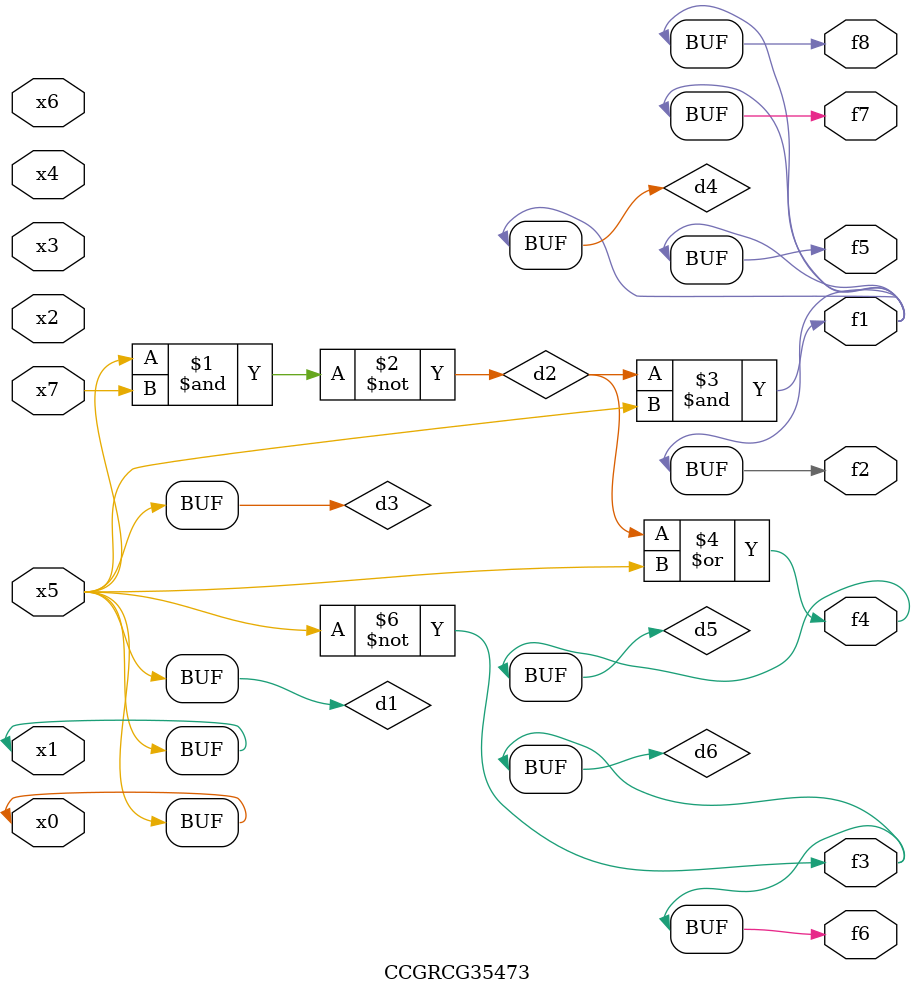
<source format=v>
module CCGRCG35473(
	input x0, x1, x2, x3, x4, x5, x6, x7,
	output f1, f2, f3, f4, f5, f6, f7, f8
);

	wire d1, d2, d3, d4, d5, d6;

	buf (d1, x0, x5);
	nand (d2, x5, x7);
	buf (d3, x0, x1);
	and (d4, d2, d3);
	or (d5, d2, d3);
	nor (d6, d1, d3);
	assign f1 = d4;
	assign f2 = d4;
	assign f3 = d6;
	assign f4 = d5;
	assign f5 = d4;
	assign f6 = d6;
	assign f7 = d4;
	assign f8 = d4;
endmodule

</source>
